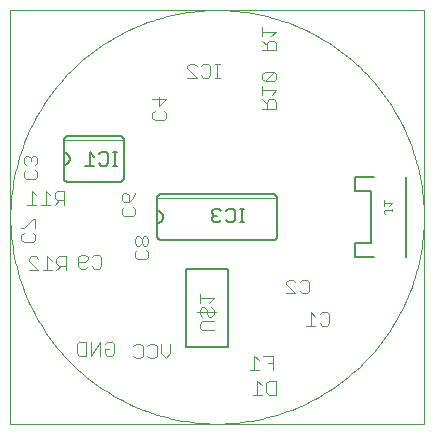
<source format=gbo>
G75*
%MOIN*%
%OFA0B0*%
%FSLAX25Y25*%
%IPPOS*%
%LPD*%
%AMOC8*
5,1,8,0,0,1.08239X$1,22.5*
%
%ADD10C,0.00000*%
%ADD11C,0.00060*%
%ADD12C,0.00400*%
%ADD13C,0.00600*%
%ADD14C,0.00200*%
%ADD15C,0.00500*%
%ADD16C,0.00800*%
D10*
X0003862Y0002287D02*
X0003862Y0140083D01*
X0141657Y0140083D01*
X0141657Y0002287D01*
X0003862Y0002287D01*
D11*
X0003862Y0071185D02*
X0003883Y0072876D01*
X0003945Y0074566D01*
X0004049Y0076253D01*
X0004194Y0077938D01*
X0004380Y0079619D01*
X0004608Y0081294D01*
X0004876Y0082964D01*
X0005186Y0084626D01*
X0005536Y0086281D01*
X0005927Y0087926D01*
X0006358Y0089561D01*
X0006829Y0091185D01*
X0007339Y0092797D01*
X0007889Y0094396D01*
X0008479Y0095981D01*
X0009107Y0097551D01*
X0009773Y0099105D01*
X0010477Y0100643D01*
X0011219Y0102162D01*
X0011997Y0103663D01*
X0012813Y0105145D01*
X0013664Y0106606D01*
X0014551Y0108045D01*
X0015473Y0109463D01*
X0016430Y0110857D01*
X0017421Y0112227D01*
X0018445Y0113573D01*
X0019501Y0114893D01*
X0020590Y0116187D01*
X0021710Y0117454D01*
X0022861Y0118693D01*
X0024042Y0119903D01*
X0025252Y0121084D01*
X0026491Y0122235D01*
X0027758Y0123355D01*
X0029052Y0124444D01*
X0030372Y0125500D01*
X0031718Y0126524D01*
X0033088Y0127515D01*
X0034482Y0128472D01*
X0035900Y0129394D01*
X0037339Y0130281D01*
X0038800Y0131132D01*
X0040282Y0131948D01*
X0041783Y0132726D01*
X0043302Y0133468D01*
X0044840Y0134172D01*
X0046394Y0134838D01*
X0047964Y0135466D01*
X0049549Y0136056D01*
X0051148Y0136606D01*
X0052760Y0137116D01*
X0054384Y0137587D01*
X0056019Y0138018D01*
X0057664Y0138409D01*
X0059319Y0138759D01*
X0060981Y0139069D01*
X0062651Y0139337D01*
X0064326Y0139565D01*
X0066007Y0139751D01*
X0067692Y0139896D01*
X0069379Y0140000D01*
X0071069Y0140062D01*
X0072760Y0140083D01*
X0074451Y0140062D01*
X0076141Y0140000D01*
X0077828Y0139896D01*
X0079513Y0139751D01*
X0081194Y0139565D01*
X0082869Y0139337D01*
X0084539Y0139069D01*
X0086201Y0138759D01*
X0087856Y0138409D01*
X0089501Y0138018D01*
X0091136Y0137587D01*
X0092760Y0137116D01*
X0094372Y0136606D01*
X0095971Y0136056D01*
X0097556Y0135466D01*
X0099126Y0134838D01*
X0100680Y0134172D01*
X0102218Y0133468D01*
X0103737Y0132726D01*
X0105238Y0131948D01*
X0106720Y0131132D01*
X0108181Y0130281D01*
X0109620Y0129394D01*
X0111038Y0128472D01*
X0112432Y0127515D01*
X0113802Y0126524D01*
X0115148Y0125500D01*
X0116468Y0124444D01*
X0117762Y0123355D01*
X0119029Y0122235D01*
X0120268Y0121084D01*
X0121478Y0119903D01*
X0122659Y0118693D01*
X0123810Y0117454D01*
X0124930Y0116187D01*
X0126019Y0114893D01*
X0127075Y0113573D01*
X0128099Y0112227D01*
X0129090Y0110857D01*
X0130047Y0109463D01*
X0130969Y0108045D01*
X0131856Y0106606D01*
X0132707Y0105145D01*
X0133523Y0103663D01*
X0134301Y0102162D01*
X0135043Y0100643D01*
X0135747Y0099105D01*
X0136413Y0097551D01*
X0137041Y0095981D01*
X0137631Y0094396D01*
X0138181Y0092797D01*
X0138691Y0091185D01*
X0139162Y0089561D01*
X0139593Y0087926D01*
X0139984Y0086281D01*
X0140334Y0084626D01*
X0140644Y0082964D01*
X0140912Y0081294D01*
X0141140Y0079619D01*
X0141326Y0077938D01*
X0141471Y0076253D01*
X0141575Y0074566D01*
X0141637Y0072876D01*
X0141658Y0071185D01*
X0141637Y0069494D01*
X0141575Y0067804D01*
X0141471Y0066117D01*
X0141326Y0064432D01*
X0141140Y0062751D01*
X0140912Y0061076D01*
X0140644Y0059406D01*
X0140334Y0057744D01*
X0139984Y0056089D01*
X0139593Y0054444D01*
X0139162Y0052809D01*
X0138691Y0051185D01*
X0138181Y0049573D01*
X0137631Y0047974D01*
X0137041Y0046389D01*
X0136413Y0044819D01*
X0135747Y0043265D01*
X0135043Y0041727D01*
X0134301Y0040208D01*
X0133523Y0038707D01*
X0132707Y0037225D01*
X0131856Y0035764D01*
X0130969Y0034325D01*
X0130047Y0032907D01*
X0129090Y0031513D01*
X0128099Y0030143D01*
X0127075Y0028797D01*
X0126019Y0027477D01*
X0124930Y0026183D01*
X0123810Y0024916D01*
X0122659Y0023677D01*
X0121478Y0022467D01*
X0120268Y0021286D01*
X0119029Y0020135D01*
X0117762Y0019015D01*
X0116468Y0017926D01*
X0115148Y0016870D01*
X0113802Y0015846D01*
X0112432Y0014855D01*
X0111038Y0013898D01*
X0109620Y0012976D01*
X0108181Y0012089D01*
X0106720Y0011238D01*
X0105238Y0010422D01*
X0103737Y0009644D01*
X0102218Y0008902D01*
X0100680Y0008198D01*
X0099126Y0007532D01*
X0097556Y0006904D01*
X0095971Y0006314D01*
X0094372Y0005764D01*
X0092760Y0005254D01*
X0091136Y0004783D01*
X0089501Y0004352D01*
X0087856Y0003961D01*
X0086201Y0003611D01*
X0084539Y0003301D01*
X0082869Y0003033D01*
X0081194Y0002805D01*
X0079513Y0002619D01*
X0077828Y0002474D01*
X0076141Y0002370D01*
X0074451Y0002308D01*
X0072760Y0002287D01*
X0071069Y0002308D01*
X0069379Y0002370D01*
X0067692Y0002474D01*
X0066007Y0002619D01*
X0064326Y0002805D01*
X0062651Y0003033D01*
X0060981Y0003301D01*
X0059319Y0003611D01*
X0057664Y0003961D01*
X0056019Y0004352D01*
X0054384Y0004783D01*
X0052760Y0005254D01*
X0051148Y0005764D01*
X0049549Y0006314D01*
X0047964Y0006904D01*
X0046394Y0007532D01*
X0044840Y0008198D01*
X0043302Y0008902D01*
X0041783Y0009644D01*
X0040282Y0010422D01*
X0038800Y0011238D01*
X0037339Y0012089D01*
X0035900Y0012976D01*
X0034482Y0013898D01*
X0033088Y0014855D01*
X0031718Y0015846D01*
X0030372Y0016870D01*
X0029052Y0017926D01*
X0027758Y0019015D01*
X0026491Y0020135D01*
X0025252Y0021286D01*
X0024042Y0022467D01*
X0022861Y0023677D01*
X0021710Y0024916D01*
X0020590Y0026183D01*
X0019501Y0027477D01*
X0018445Y0028797D01*
X0017421Y0030143D01*
X0016430Y0031513D01*
X0015473Y0032907D01*
X0014551Y0034325D01*
X0013664Y0035764D01*
X0012813Y0037225D01*
X0011997Y0038707D01*
X0011219Y0040208D01*
X0010477Y0041727D01*
X0009773Y0043265D01*
X0009107Y0044819D01*
X0008479Y0046389D01*
X0007889Y0047974D01*
X0007339Y0049573D01*
X0006829Y0051185D01*
X0006358Y0052809D01*
X0005927Y0054444D01*
X0005536Y0056089D01*
X0005186Y0057744D01*
X0004876Y0059406D01*
X0004608Y0061076D01*
X0004380Y0062751D01*
X0004194Y0064432D01*
X0004049Y0066117D01*
X0003945Y0067804D01*
X0003883Y0069494D01*
X0003862Y0071185D01*
D12*
X0007456Y0067371D02*
X0008223Y0067371D01*
X0011293Y0070440D01*
X0012060Y0070440D01*
X0012060Y0067371D01*
X0011293Y0065836D02*
X0012060Y0065069D01*
X0012060Y0063534D01*
X0011293Y0062767D01*
X0008223Y0062767D01*
X0007456Y0063534D01*
X0007456Y0065069D01*
X0008223Y0065836D01*
X0010732Y0058040D02*
X0009965Y0057273D01*
X0009965Y0056505D01*
X0013034Y0053436D01*
X0009965Y0053436D01*
X0014569Y0053436D02*
X0017638Y0053436D01*
X0019172Y0053436D02*
X0020707Y0054971D01*
X0019940Y0054971D02*
X0022242Y0054971D01*
X0022242Y0053436D02*
X0022242Y0058040D01*
X0019940Y0058040D01*
X0019172Y0057273D01*
X0019172Y0055738D01*
X0019940Y0054971D01*
X0017638Y0056505D02*
X0016103Y0058040D01*
X0016103Y0053436D01*
X0013034Y0057273D02*
X0012267Y0058040D01*
X0010732Y0058040D01*
X0026500Y0057773D02*
X0026500Y0054704D01*
X0027267Y0053936D01*
X0028802Y0053936D01*
X0029569Y0054704D01*
X0031104Y0054704D02*
X0031871Y0053936D01*
X0033406Y0053936D01*
X0034173Y0054704D01*
X0034173Y0057773D01*
X0033406Y0058540D01*
X0031871Y0058540D01*
X0031104Y0057773D01*
X0029569Y0057773D02*
X0029569Y0057005D01*
X0028802Y0056238D01*
X0026500Y0056238D01*
X0026500Y0057773D02*
X0027267Y0058540D01*
X0028802Y0058540D01*
X0029569Y0057773D01*
X0045275Y0057783D02*
X0045275Y0059318D01*
X0046042Y0060085D01*
X0046042Y0061620D02*
X0046809Y0061620D01*
X0047577Y0062387D01*
X0047577Y0063922D01*
X0046809Y0064689D01*
X0046042Y0064689D01*
X0045275Y0063922D01*
X0045275Y0062387D01*
X0046042Y0061620D01*
X0047577Y0062387D02*
X0048344Y0061620D01*
X0049111Y0061620D01*
X0049879Y0062387D01*
X0049879Y0063922D01*
X0049111Y0064689D01*
X0048344Y0064689D01*
X0047577Y0063922D01*
X0049111Y0060085D02*
X0049879Y0059318D01*
X0049879Y0057783D01*
X0049111Y0057016D01*
X0046042Y0057016D01*
X0045275Y0057783D01*
X0044757Y0071428D02*
X0041688Y0071428D01*
X0040920Y0072196D01*
X0040920Y0073730D01*
X0041688Y0074498D01*
X0041688Y0076032D02*
X0040920Y0076800D01*
X0040920Y0078334D01*
X0041688Y0079102D01*
X0042455Y0079102D01*
X0043222Y0078334D01*
X0043222Y0076032D01*
X0041688Y0076032D01*
X0043222Y0076032D02*
X0044757Y0077567D01*
X0045524Y0079102D01*
X0044757Y0074498D02*
X0045524Y0073730D01*
X0045524Y0072196D01*
X0044757Y0071428D01*
X0021729Y0075279D02*
X0021729Y0079883D01*
X0019427Y0079883D01*
X0018660Y0079115D01*
X0018660Y0077581D01*
X0019427Y0076813D01*
X0021729Y0076813D01*
X0020195Y0076813D02*
X0018660Y0075279D01*
X0017125Y0075279D02*
X0014056Y0075279D01*
X0015591Y0075279D02*
X0015591Y0079883D01*
X0017125Y0078348D01*
X0012521Y0078348D02*
X0010987Y0079883D01*
X0010987Y0075279D01*
X0012521Y0075279D02*
X0009452Y0075279D01*
X0009034Y0083787D02*
X0008267Y0084555D01*
X0008267Y0086089D01*
X0009034Y0086857D01*
X0009034Y0088391D02*
X0008267Y0089159D01*
X0008267Y0090693D01*
X0009034Y0091461D01*
X0009802Y0091461D01*
X0010569Y0090693D01*
X0010569Y0089926D01*
X0010569Y0090693D02*
X0011336Y0091461D01*
X0012104Y0091461D01*
X0012871Y0090693D01*
X0012871Y0089159D01*
X0012104Y0088391D01*
X0012104Y0086857D02*
X0012871Y0086089D01*
X0012871Y0084555D01*
X0012104Y0083787D01*
X0009034Y0083787D01*
X0051180Y0104240D02*
X0051180Y0105774D01*
X0051948Y0106542D01*
X0053482Y0108076D02*
X0053482Y0111146D01*
X0051180Y0110378D02*
X0055784Y0110378D01*
X0053482Y0108076D01*
X0055017Y0106542D02*
X0055784Y0105774D01*
X0055784Y0104240D01*
X0055017Y0103472D01*
X0051948Y0103472D01*
X0051180Y0104240D01*
X0062821Y0117633D02*
X0065891Y0117633D01*
X0062821Y0120702D01*
X0062821Y0121470D01*
X0063589Y0122237D01*
X0065123Y0122237D01*
X0065891Y0121470D01*
X0067425Y0121470D02*
X0068193Y0122237D01*
X0069727Y0122237D01*
X0070495Y0121470D01*
X0070495Y0118400D01*
X0069727Y0117633D01*
X0068193Y0117633D01*
X0067425Y0118400D01*
X0072029Y0117633D02*
X0073564Y0117633D01*
X0072796Y0117633D02*
X0072796Y0122237D01*
X0072029Y0122237D02*
X0073564Y0122237D01*
X0087877Y0118765D02*
X0087877Y0117230D01*
X0088644Y0116463D01*
X0091714Y0119532D01*
X0088644Y0119532D01*
X0087877Y0118765D01*
X0088644Y0116463D02*
X0091714Y0116463D01*
X0092481Y0117230D01*
X0092481Y0118765D01*
X0091714Y0119532D01*
X0087877Y0114928D02*
X0087877Y0111859D01*
X0087877Y0113394D02*
X0092481Y0113394D01*
X0090946Y0111859D01*
X0090179Y0110324D02*
X0089412Y0109557D01*
X0089412Y0107255D01*
X0089412Y0108790D02*
X0087877Y0110324D01*
X0090179Y0110324D02*
X0091714Y0110324D01*
X0092481Y0109557D01*
X0092481Y0107255D01*
X0087877Y0107255D01*
X0087759Y0126822D02*
X0092363Y0126822D01*
X0092363Y0129124D01*
X0091596Y0129891D01*
X0090061Y0129891D01*
X0089294Y0129124D01*
X0089294Y0126822D01*
X0089294Y0128357D02*
X0087759Y0129891D01*
X0087759Y0131426D02*
X0087759Y0134495D01*
X0087759Y0132961D02*
X0092363Y0132961D01*
X0090828Y0131426D01*
X0096559Y0050272D02*
X0098093Y0050272D01*
X0098861Y0049505D01*
X0100395Y0049505D02*
X0101163Y0050272D01*
X0102697Y0050272D01*
X0103465Y0049505D01*
X0103465Y0046436D01*
X0102697Y0045669D01*
X0101163Y0045669D01*
X0100395Y0046436D01*
X0098861Y0045669D02*
X0095791Y0048738D01*
X0095791Y0049505D01*
X0096559Y0050272D01*
X0095791Y0045669D02*
X0098861Y0045669D01*
X0103937Y0039501D02*
X0103937Y0034897D01*
X0105472Y0034897D02*
X0102402Y0034897D01*
X0105472Y0037966D02*
X0103937Y0039501D01*
X0107006Y0038733D02*
X0107774Y0039501D01*
X0109308Y0039501D01*
X0110076Y0038733D01*
X0110076Y0035664D01*
X0109308Y0034897D01*
X0107774Y0034897D01*
X0107006Y0035664D01*
X0091249Y0024859D02*
X0091249Y0020255D01*
X0091249Y0022557D02*
X0089714Y0022557D01*
X0091249Y0024859D02*
X0088180Y0024859D01*
X0086645Y0023324D02*
X0085110Y0024859D01*
X0085110Y0020255D01*
X0083576Y0020255D02*
X0086645Y0020255D01*
X0086106Y0016540D02*
X0086106Y0011936D01*
X0084572Y0011936D02*
X0087641Y0011936D01*
X0089176Y0012704D02*
X0089176Y0015773D01*
X0089943Y0016540D01*
X0092245Y0016540D01*
X0092245Y0011936D01*
X0089943Y0011936D01*
X0089176Y0012704D01*
X0087641Y0015005D02*
X0086106Y0016540D01*
X0071576Y0033321D02*
X0067740Y0033321D01*
X0066972Y0034089D01*
X0066972Y0035623D01*
X0067740Y0036391D01*
X0071576Y0036391D01*
X0070809Y0037925D02*
X0070042Y0037925D01*
X0069274Y0038693D01*
X0069274Y0040227D01*
X0068507Y0040994D01*
X0067740Y0040994D01*
X0066972Y0040227D01*
X0066972Y0038693D01*
X0067740Y0037925D01*
X0066205Y0039460D02*
X0072344Y0039460D01*
X0071576Y0040227D02*
X0070809Y0040994D01*
X0071576Y0040227D02*
X0071576Y0038693D01*
X0070809Y0037925D01*
X0070042Y0042529D02*
X0071576Y0044064D01*
X0066972Y0044064D01*
X0066972Y0045598D02*
X0066972Y0042529D01*
X0057159Y0028745D02*
X0057159Y0025676D01*
X0055624Y0024141D01*
X0054090Y0025676D01*
X0054090Y0028745D01*
X0052555Y0027978D02*
X0052555Y0024908D01*
X0051788Y0024141D01*
X0050253Y0024141D01*
X0049486Y0024908D01*
X0047951Y0024908D02*
X0047184Y0024141D01*
X0045649Y0024141D01*
X0044882Y0024908D01*
X0047951Y0024908D02*
X0047951Y0027978D01*
X0047184Y0028745D01*
X0045649Y0028745D01*
X0044882Y0027978D01*
X0049486Y0027978D02*
X0050253Y0028745D01*
X0051788Y0028745D01*
X0052555Y0027978D01*
X0038387Y0028804D02*
X0038387Y0025735D01*
X0037619Y0024968D01*
X0036085Y0024968D01*
X0035317Y0025735D01*
X0035317Y0027270D01*
X0036852Y0027270D01*
X0038387Y0028804D02*
X0037619Y0029572D01*
X0036085Y0029572D01*
X0035317Y0028804D01*
X0033783Y0029572D02*
X0030713Y0024968D01*
X0030713Y0029572D01*
X0029179Y0029572D02*
X0026877Y0029572D01*
X0026109Y0028804D01*
X0026109Y0025735D01*
X0026877Y0024968D01*
X0029179Y0024968D01*
X0029179Y0029572D01*
X0033783Y0029572D02*
X0033783Y0024968D01*
D13*
X0054260Y0063485D02*
X0091260Y0063485D01*
X0091336Y0063487D01*
X0091412Y0063493D01*
X0091487Y0063502D01*
X0091562Y0063516D01*
X0091636Y0063533D01*
X0091709Y0063554D01*
X0091781Y0063578D01*
X0091852Y0063607D01*
X0091921Y0063638D01*
X0091988Y0063673D01*
X0092053Y0063712D01*
X0092117Y0063754D01*
X0092178Y0063799D01*
X0092237Y0063847D01*
X0092293Y0063898D01*
X0092347Y0063952D01*
X0092398Y0064008D01*
X0092446Y0064067D01*
X0092491Y0064128D01*
X0092533Y0064192D01*
X0092572Y0064257D01*
X0092607Y0064324D01*
X0092638Y0064393D01*
X0092667Y0064464D01*
X0092691Y0064536D01*
X0092712Y0064609D01*
X0092729Y0064683D01*
X0092743Y0064758D01*
X0092752Y0064833D01*
X0092758Y0064909D01*
X0092760Y0064985D01*
X0092760Y0077385D01*
X0092758Y0077461D01*
X0092752Y0077537D01*
X0092743Y0077612D01*
X0092729Y0077687D01*
X0092712Y0077761D01*
X0092691Y0077834D01*
X0092667Y0077906D01*
X0092638Y0077977D01*
X0092607Y0078046D01*
X0092572Y0078113D01*
X0092533Y0078178D01*
X0092491Y0078242D01*
X0092446Y0078303D01*
X0092398Y0078362D01*
X0092347Y0078418D01*
X0092293Y0078472D01*
X0092237Y0078523D01*
X0092178Y0078571D01*
X0092117Y0078616D01*
X0092053Y0078658D01*
X0091988Y0078697D01*
X0091921Y0078732D01*
X0091852Y0078763D01*
X0091781Y0078792D01*
X0091709Y0078816D01*
X0091636Y0078837D01*
X0091562Y0078854D01*
X0091487Y0078868D01*
X0091412Y0078877D01*
X0091336Y0078883D01*
X0091260Y0078885D01*
X0054260Y0078885D01*
X0054184Y0078883D01*
X0054108Y0078877D01*
X0054033Y0078868D01*
X0053958Y0078854D01*
X0053884Y0078837D01*
X0053811Y0078816D01*
X0053739Y0078792D01*
X0053668Y0078763D01*
X0053599Y0078732D01*
X0053532Y0078697D01*
X0053467Y0078658D01*
X0053403Y0078616D01*
X0053342Y0078571D01*
X0053283Y0078523D01*
X0053227Y0078472D01*
X0053173Y0078418D01*
X0053122Y0078362D01*
X0053074Y0078303D01*
X0053029Y0078242D01*
X0052987Y0078178D01*
X0052948Y0078113D01*
X0052913Y0078046D01*
X0052882Y0077977D01*
X0052853Y0077906D01*
X0052829Y0077834D01*
X0052808Y0077761D01*
X0052791Y0077687D01*
X0052777Y0077612D01*
X0052768Y0077537D01*
X0052762Y0077461D01*
X0052760Y0077385D01*
X0052760Y0073185D01*
X0052760Y0069185D01*
X0052760Y0064985D01*
X0052762Y0064909D01*
X0052768Y0064833D01*
X0052777Y0064758D01*
X0052791Y0064683D01*
X0052808Y0064609D01*
X0052829Y0064536D01*
X0052853Y0064464D01*
X0052882Y0064393D01*
X0052913Y0064324D01*
X0052948Y0064257D01*
X0052987Y0064192D01*
X0053029Y0064128D01*
X0053074Y0064067D01*
X0053122Y0064008D01*
X0053173Y0063952D01*
X0053227Y0063898D01*
X0053283Y0063847D01*
X0053342Y0063799D01*
X0053403Y0063754D01*
X0053467Y0063712D01*
X0053532Y0063673D01*
X0053599Y0063638D01*
X0053668Y0063607D01*
X0053739Y0063578D01*
X0053811Y0063554D01*
X0053884Y0063533D01*
X0053958Y0063516D01*
X0054033Y0063502D01*
X0054108Y0063493D01*
X0054184Y0063487D01*
X0054260Y0063485D01*
X0052760Y0069185D02*
X0052848Y0069187D01*
X0052937Y0069193D01*
X0053025Y0069203D01*
X0053112Y0069216D01*
X0053199Y0069234D01*
X0053285Y0069255D01*
X0053370Y0069280D01*
X0053453Y0069309D01*
X0053536Y0069342D01*
X0053616Y0069378D01*
X0053695Y0069417D01*
X0053773Y0069460D01*
X0053848Y0069507D01*
X0053921Y0069557D01*
X0053992Y0069610D01*
X0054061Y0069666D01*
X0054127Y0069725D01*
X0054190Y0069787D01*
X0054250Y0069851D01*
X0054308Y0069918D01*
X0054362Y0069988D01*
X0054414Y0070060D01*
X0054462Y0070134D01*
X0054507Y0070211D01*
X0054548Y0070289D01*
X0054586Y0070369D01*
X0054620Y0070450D01*
X0054651Y0070533D01*
X0054678Y0070618D01*
X0054701Y0070703D01*
X0054720Y0070789D01*
X0054736Y0070877D01*
X0054748Y0070964D01*
X0054756Y0071052D01*
X0054760Y0071141D01*
X0054760Y0071229D01*
X0054756Y0071318D01*
X0054748Y0071406D01*
X0054736Y0071493D01*
X0054720Y0071581D01*
X0054701Y0071667D01*
X0054678Y0071752D01*
X0054651Y0071837D01*
X0054620Y0071920D01*
X0054586Y0072001D01*
X0054548Y0072081D01*
X0054507Y0072159D01*
X0054462Y0072236D01*
X0054414Y0072310D01*
X0054362Y0072382D01*
X0054308Y0072452D01*
X0054250Y0072519D01*
X0054190Y0072583D01*
X0054127Y0072645D01*
X0054061Y0072704D01*
X0053992Y0072760D01*
X0053921Y0072813D01*
X0053848Y0072863D01*
X0053773Y0072910D01*
X0053695Y0072953D01*
X0053616Y0072992D01*
X0053536Y0073028D01*
X0053453Y0073061D01*
X0053370Y0073090D01*
X0053285Y0073115D01*
X0053199Y0073136D01*
X0053112Y0073154D01*
X0053025Y0073167D01*
X0052937Y0073177D01*
X0052848Y0073183D01*
X0052760Y0073185D01*
X0041657Y0084355D02*
X0041657Y0096755D01*
X0041655Y0096831D01*
X0041649Y0096907D01*
X0041640Y0096982D01*
X0041626Y0097057D01*
X0041609Y0097131D01*
X0041588Y0097204D01*
X0041564Y0097276D01*
X0041535Y0097347D01*
X0041504Y0097416D01*
X0041469Y0097483D01*
X0041430Y0097548D01*
X0041388Y0097612D01*
X0041343Y0097673D01*
X0041295Y0097732D01*
X0041244Y0097788D01*
X0041190Y0097842D01*
X0041134Y0097893D01*
X0041075Y0097941D01*
X0041014Y0097986D01*
X0040950Y0098028D01*
X0040885Y0098067D01*
X0040818Y0098102D01*
X0040749Y0098133D01*
X0040678Y0098162D01*
X0040606Y0098186D01*
X0040533Y0098207D01*
X0040459Y0098224D01*
X0040384Y0098238D01*
X0040309Y0098247D01*
X0040233Y0098253D01*
X0040157Y0098255D01*
X0023157Y0098255D01*
X0023081Y0098253D01*
X0023005Y0098247D01*
X0022930Y0098238D01*
X0022855Y0098224D01*
X0022781Y0098207D01*
X0022708Y0098186D01*
X0022636Y0098162D01*
X0022565Y0098133D01*
X0022496Y0098102D01*
X0022429Y0098067D01*
X0022364Y0098028D01*
X0022300Y0097986D01*
X0022239Y0097941D01*
X0022180Y0097893D01*
X0022124Y0097842D01*
X0022070Y0097788D01*
X0022019Y0097732D01*
X0021971Y0097673D01*
X0021926Y0097612D01*
X0021884Y0097548D01*
X0021845Y0097483D01*
X0021810Y0097416D01*
X0021779Y0097347D01*
X0021750Y0097276D01*
X0021726Y0097204D01*
X0021705Y0097131D01*
X0021688Y0097057D01*
X0021674Y0096982D01*
X0021665Y0096907D01*
X0021659Y0096831D01*
X0021657Y0096755D01*
X0021657Y0084355D01*
X0021659Y0084279D01*
X0021665Y0084203D01*
X0021674Y0084128D01*
X0021688Y0084053D01*
X0021705Y0083979D01*
X0021726Y0083906D01*
X0021750Y0083834D01*
X0021779Y0083763D01*
X0021810Y0083694D01*
X0021845Y0083627D01*
X0021884Y0083562D01*
X0021926Y0083498D01*
X0021971Y0083437D01*
X0022019Y0083378D01*
X0022070Y0083322D01*
X0022124Y0083268D01*
X0022180Y0083217D01*
X0022239Y0083169D01*
X0022300Y0083124D01*
X0022364Y0083082D01*
X0022429Y0083043D01*
X0022496Y0083008D01*
X0022565Y0082977D01*
X0022636Y0082948D01*
X0022708Y0082924D01*
X0022781Y0082903D01*
X0022855Y0082886D01*
X0022930Y0082872D01*
X0023005Y0082863D01*
X0023081Y0082857D01*
X0023157Y0082855D01*
X0040157Y0082855D01*
X0040233Y0082857D01*
X0040309Y0082863D01*
X0040384Y0082872D01*
X0040459Y0082886D01*
X0040533Y0082903D01*
X0040606Y0082924D01*
X0040678Y0082948D01*
X0040749Y0082977D01*
X0040818Y0083008D01*
X0040885Y0083043D01*
X0040950Y0083082D01*
X0041014Y0083124D01*
X0041075Y0083169D01*
X0041134Y0083217D01*
X0041190Y0083268D01*
X0041244Y0083322D01*
X0041295Y0083378D01*
X0041343Y0083437D01*
X0041388Y0083498D01*
X0041430Y0083562D01*
X0041469Y0083627D01*
X0041504Y0083694D01*
X0041535Y0083763D01*
X0041564Y0083834D01*
X0041588Y0083906D01*
X0041609Y0083979D01*
X0041626Y0084053D01*
X0041640Y0084128D01*
X0041649Y0084203D01*
X0041655Y0084279D01*
X0041657Y0084355D01*
X0021657Y0088555D02*
X0021745Y0088557D01*
X0021834Y0088563D01*
X0021922Y0088573D01*
X0022009Y0088586D01*
X0022096Y0088604D01*
X0022182Y0088625D01*
X0022267Y0088650D01*
X0022350Y0088679D01*
X0022433Y0088712D01*
X0022513Y0088748D01*
X0022592Y0088787D01*
X0022670Y0088830D01*
X0022745Y0088877D01*
X0022818Y0088927D01*
X0022889Y0088980D01*
X0022958Y0089036D01*
X0023024Y0089095D01*
X0023087Y0089157D01*
X0023147Y0089221D01*
X0023205Y0089288D01*
X0023259Y0089358D01*
X0023311Y0089430D01*
X0023359Y0089504D01*
X0023404Y0089581D01*
X0023445Y0089659D01*
X0023483Y0089739D01*
X0023517Y0089820D01*
X0023548Y0089903D01*
X0023575Y0089988D01*
X0023598Y0090073D01*
X0023617Y0090159D01*
X0023633Y0090247D01*
X0023645Y0090334D01*
X0023653Y0090422D01*
X0023657Y0090511D01*
X0023657Y0090599D01*
X0023653Y0090688D01*
X0023645Y0090776D01*
X0023633Y0090863D01*
X0023617Y0090951D01*
X0023598Y0091037D01*
X0023575Y0091122D01*
X0023548Y0091207D01*
X0023517Y0091290D01*
X0023483Y0091371D01*
X0023445Y0091451D01*
X0023404Y0091529D01*
X0023359Y0091606D01*
X0023311Y0091680D01*
X0023259Y0091752D01*
X0023205Y0091822D01*
X0023147Y0091889D01*
X0023087Y0091953D01*
X0023024Y0092015D01*
X0022958Y0092074D01*
X0022889Y0092130D01*
X0022818Y0092183D01*
X0022745Y0092233D01*
X0022670Y0092280D01*
X0022592Y0092323D01*
X0022513Y0092362D01*
X0022433Y0092398D01*
X0022350Y0092431D01*
X0022267Y0092460D01*
X0022182Y0092485D01*
X0022096Y0092506D01*
X0022009Y0092524D01*
X0021922Y0092537D01*
X0021834Y0092547D01*
X0021745Y0092553D01*
X0021657Y0092555D01*
D14*
X0021657Y0096855D02*
X0041657Y0096855D01*
X0052760Y0077485D02*
X0092760Y0077485D01*
X0128324Y0076690D02*
X0128324Y0074822D01*
X0128324Y0075756D02*
X0131127Y0075756D01*
X0130193Y0074822D01*
X0131127Y0073928D02*
X0131127Y0072994D01*
X0131127Y0073461D02*
X0128791Y0073461D01*
X0128324Y0072994D01*
X0128324Y0072527D01*
X0128791Y0072060D01*
D15*
X0081724Y0073848D02*
X0080223Y0073848D01*
X0080973Y0073848D02*
X0080973Y0069344D01*
X0080223Y0069344D02*
X0081724Y0069344D01*
X0078655Y0070095D02*
X0077904Y0069344D01*
X0076403Y0069344D01*
X0075652Y0070095D01*
X0074051Y0070095D02*
X0073300Y0069344D01*
X0071799Y0069344D01*
X0071048Y0070095D01*
X0071048Y0070846D01*
X0071799Y0071596D01*
X0072550Y0071596D01*
X0071799Y0071596D02*
X0071048Y0072347D01*
X0071048Y0073098D01*
X0071799Y0073848D01*
X0073300Y0073848D01*
X0074051Y0073098D01*
X0075652Y0073098D02*
X0076403Y0073848D01*
X0077904Y0073848D01*
X0078655Y0073098D01*
X0078655Y0070095D01*
X0039413Y0088242D02*
X0037912Y0088242D01*
X0038662Y0088242D02*
X0038662Y0092746D01*
X0037912Y0092746D02*
X0039413Y0092746D01*
X0036344Y0091995D02*
X0036344Y0088993D01*
X0035593Y0088242D01*
X0034092Y0088242D01*
X0033341Y0088993D01*
X0031740Y0088242D02*
X0028737Y0088242D01*
X0030238Y0088242D02*
X0030238Y0092746D01*
X0031740Y0091245D01*
X0033341Y0091995D02*
X0034092Y0092746D01*
X0035593Y0092746D01*
X0036344Y0091995D01*
D16*
X0062217Y0053770D02*
X0062217Y0027970D01*
X0076217Y0027970D01*
X0076217Y0053770D01*
X0062217Y0053770D01*
X0118626Y0057799D02*
X0124925Y0057799D01*
X0124138Y0062524D02*
X0118626Y0062524D01*
X0118626Y0057799D01*
X0124138Y0062524D02*
X0124138Y0079846D01*
X0118626Y0079846D01*
X0118626Y0084571D01*
X0124925Y0084571D01*
X0135555Y0084571D02*
X0135555Y0057799D01*
M02*

</source>
